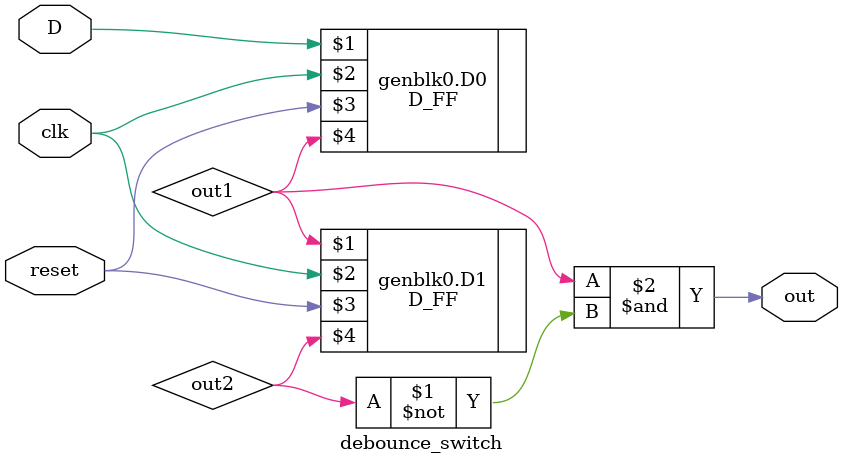
<source format=v>
module debounce_switch(
    input D,clk,reset,
    output out//the final output result of the button pushed
);
wire out1,out2;//outputs of the 2 D_FFs
begin
    D_FF D0(D,clk,reset,out1);
    D_FF D1(out1,clk,reset,out2);
    and(out,out1,~out2);
end
endmodule 
</source>
